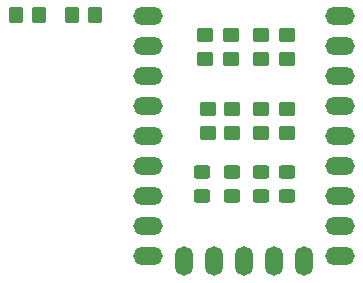
<source format=gbr>
G04 #@! TF.GenerationSoftware,KiCad,Pcbnew,8.0.4*
G04 #@! TF.CreationDate,2024-12-08T01:13:34+02:00*
G04 #@! TF.ProjectId,usb2ps2,75736232-7073-4322-9e6b-696361645f70,1.2*
G04 #@! TF.SameCoordinates,Original*
G04 #@! TF.FileFunction,Paste,Top*
G04 #@! TF.FilePolarity,Positive*
%FSLAX46Y46*%
G04 Gerber Fmt 4.6, Leading zero omitted, Abs format (unit mm)*
G04 Created by KiCad (PCBNEW 8.0.4) date 2024-12-08 01:13:34*
%MOMM*%
%LPD*%
G01*
G04 APERTURE LIST*
G04 Aperture macros list*
%AMRoundRect*
0 Rectangle with rounded corners*
0 $1 Rounding radius*
0 $2 $3 $4 $5 $6 $7 $8 $9 X,Y pos of 4 corners*
0 Add a 4 corners polygon primitive as box body*
4,1,4,$2,$3,$4,$5,$6,$7,$8,$9,$2,$3,0*
0 Add four circle primitives for the rounded corners*
1,1,$1+$1,$2,$3*
1,1,$1+$1,$4,$5*
1,1,$1+$1,$6,$7*
1,1,$1+$1,$8,$9*
0 Add four rect primitives between the rounded corners*
20,1,$1+$1,$2,$3,$4,$5,0*
20,1,$1+$1,$4,$5,$6,$7,0*
20,1,$1+$1,$6,$7,$8,$9,0*
20,1,$1+$1,$8,$9,$2,$3,0*%
G04 Aperture macros list end*
%ADD10RoundRect,0.250000X0.450000X-0.350000X0.450000X0.350000X-0.450000X0.350000X-0.450000X-0.350000X0*%
%ADD11RoundRect,0.250000X-0.450000X0.350000X-0.450000X-0.350000X0.450000X-0.350000X0.450000X0.350000X0*%
%ADD12RoundRect,0.250000X-0.350000X-0.450000X0.350000X-0.450000X0.350000X0.450000X-0.350000X0.450000X0*%
%ADD13O,2.500000X1.500000*%
%ADD14O,1.500000X2.500000*%
%ADD15RoundRect,0.250000X0.450000X-0.325000X0.450000X0.325000X-0.450000X0.325000X-0.450000X-0.325000X0*%
G04 APERTURE END LIST*
D10*
X122250000Y-89750000D03*
X122250000Y-87750000D03*
D11*
X122000000Y-81500000D03*
X122000000Y-83500000D03*
D10*
X129000000Y-83500000D03*
X129000000Y-81500000D03*
D12*
X110750000Y-79750000D03*
X112750000Y-79750000D03*
X106000000Y-79750000D03*
X108000000Y-79750000D03*
D13*
X133420000Y-79840000D03*
X133420000Y-82380000D03*
X133420000Y-84920000D03*
X133420000Y-87460000D03*
X133420000Y-90000000D03*
X133420000Y-92540000D03*
X133420000Y-95080000D03*
X133420000Y-97620000D03*
X133420000Y-100160000D03*
D14*
X130380000Y-100660000D03*
X127840000Y-100660000D03*
X125300000Y-100660000D03*
X122760000Y-100660000D03*
X120220000Y-100660000D03*
D13*
X117180000Y-100160000D03*
X117180000Y-97620000D03*
X117180000Y-95080000D03*
X117180000Y-92540000D03*
X117180000Y-90000000D03*
X117180000Y-87460000D03*
X117180000Y-84920000D03*
X117180000Y-82380000D03*
X117180000Y-79840000D03*
D11*
X124300000Y-87750000D03*
X124300000Y-89750000D03*
X126750000Y-89750000D03*
X126750000Y-87750000D03*
D10*
X129000000Y-89750000D03*
X129000000Y-87750000D03*
X124250000Y-83500000D03*
X124250000Y-81500000D03*
D11*
X126750000Y-81500000D03*
X126750000Y-83500000D03*
D15*
X121800000Y-95125000D03*
X121800000Y-93075000D03*
X129000000Y-95100000D03*
X129000000Y-93050000D03*
X124350000Y-95100000D03*
X124350000Y-93050000D03*
X126750000Y-95100000D03*
X126750000Y-93050000D03*
M02*

</source>
